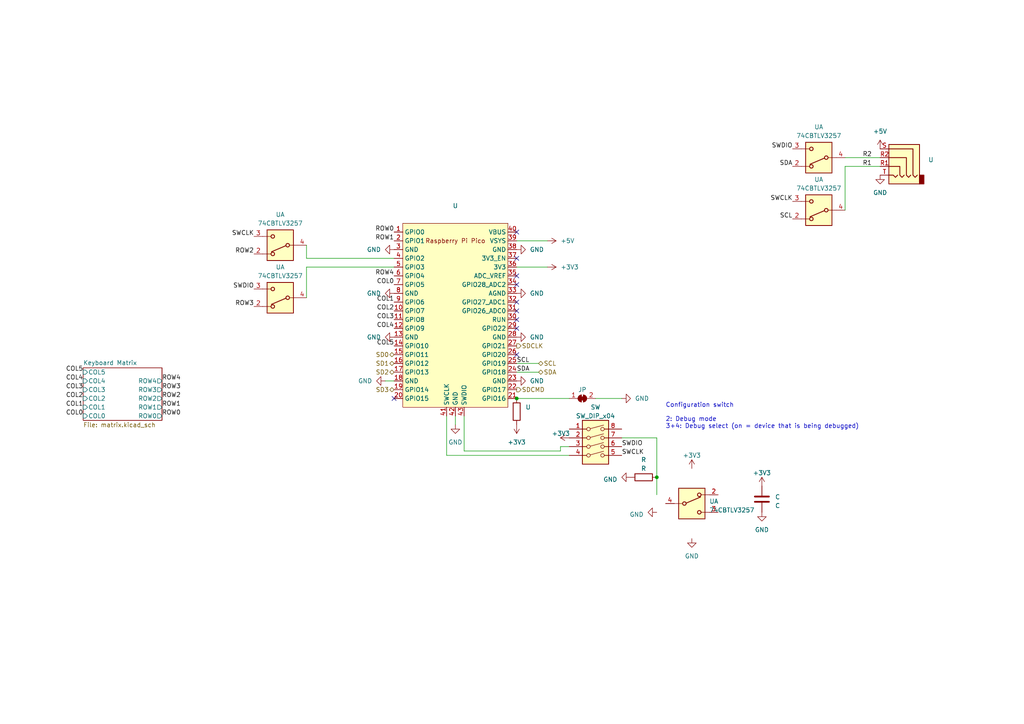
<source format=kicad_sch>
(kicad_sch (version 20220404) (generator eeschema)
  (paper "A4")
  (title_block (title "rkb1") (date "2022-05-21") (rev "dev-1"))
  (lib_symbols
    (symbol "74xx:74CBTLV3257"
      (property "Reference" "U" (at 17.78 1.27 0))
      (property "Value" "74CBTLV3257" (at 15.24 -1.27 0))
      (symbol "74CBTLV3257_1_1"
        (rectangle (start -3.81 4.445) (end 3.81 -4.445) (stroke (width 0.254)) (fill (type background)))
        (circle (center -2.159 0) (radius 0.508) (stroke (width 0.254)))
        (polyline (pts (xy -5.08 0) (xy -2.794 0)))
        (polyline (pts (xy -1.651 0.127) (xy 2.54 1.905)) (stroke (width 0.254)))
        (polyline (pts (xy 5.08 -2.54) (xy 2.794 -2.54)))
        (polyline (pts (xy 5.08 2.54) (xy 2.794 2.54)))
        (circle (center 2.159 -2.54) (radius 0.508) (stroke (width 0.254)))
        (circle (center 2.159 2.54) (radius 0.508) (stroke (width 0.254)))
        (pin passive line (at 7.62 2.54 180) (length 2.54) (name "~") (number "2"))
        (pin passive line (at 7.62 -2.54 180) (length 2.54) (name "~") (number "3"))
        (pin passive line (at -7.62 0 0) (length 2.54) (name "~") (number "4"))
      )
      (symbol "74CBTLV3257_2_1"
        (rectangle (start -3.81 4.445) (end 3.81 -4.445) (stroke (width 0.254)) (fill (type background)))
        (circle (center -2.159 0) (radius 0.508) (stroke (width 0.254)))
        (polyline (pts (xy -5.08 0) (xy -2.794 0)))
        (polyline (pts (xy -1.651 0.127) (xy 2.54 1.905)) (stroke (width 0.254)))
        (polyline (pts (xy 5.08 -2.54) (xy 2.794 -2.54)))
        (polyline (pts (xy 5.08 2.54) (xy 2.794 2.54)))
        (circle (center 2.159 -2.54) (radius 0.508) (stroke (width 0.254)))
        (circle (center 2.159 2.54) (radius 0.508) (stroke (width 0.254)))
        (pin passive line (at 7.62 2.54 180) (length 2.54) (name "~") (number "5"))
        (pin passive line (at 7.62 -2.54 180) (length 2.54) (name "~") (number "6"))
        (pin passive line (at -7.62 0 0) (length 2.54) (name "~") (number "7"))
      )
      (symbol "74CBTLV3257_3_1"
        (rectangle (start -3.81 4.445) (end 3.81 -4.445) (stroke (width 0.254)) (fill (type background)))
        (circle (center -2.159 0) (radius 0.508) (stroke (width 0.254)))
        (polyline (pts (xy -5.08 0) (xy -2.794 0)))
        (polyline (pts (xy -1.651 0.127) (xy 2.54 1.905)) (stroke (width 0.254)))
        (polyline (pts (xy 5.08 -2.54) (xy 2.794 -2.54)))
        (polyline (pts (xy 5.08 2.54) (xy 2.794 2.54)))
        (circle (center 2.159 -2.54) (radius 0.508) (stroke (width 0.254)))
        (circle (center 2.159 2.54) (radius 0.508) (stroke (width 0.254)))
        (pin passive line (at 7.62 -2.54 180) (length 2.54) (name "~") (number "10"))
        (pin passive line (at 7.62 2.54 180) (length 2.54) (name "~") (number "11"))
        (pin passive line (at -7.62 0 0) (length 2.54) (name "~") (number "9"))
      )
      (symbol "74CBTLV3257_4_1"
        (rectangle (start -3.81 4.445) (end 3.81 -4.445) (stroke (width 0.254)) (fill (type background)))
        (circle (center -2.159 0) (radius 0.508) (stroke (width 0.254)))
        (polyline (pts (xy -5.08 0) (xy -2.794 0)))
        (polyline (pts (xy -1.651 0.127) (xy 2.54 1.905)) (stroke (width 0.254)))
        (polyline (pts (xy 5.08 -2.54) (xy 2.794 -2.54)))
        (polyline (pts (xy 5.08 2.54) (xy 2.794 2.54)))
        (circle (center 2.159 -2.54) (radius 0.508) (stroke (width 0.254)))
        (circle (center 2.159 2.54) (radius 0.508) (stroke (width 0.254)))
        (pin passive line (at -7.62 0 0) (length 2.54) (name "~") (number "12"))
        (pin passive line (at 7.62 -2.54 180) (length 2.54) (name "~") (number "13"))
        (pin passive line (at 7.62 2.54 180) (length 2.54) (name "~") (number "14"))
      )
      (symbol "74CBTLV3257_5_1"
        (rectangle (start 3.81 6.35) (end -6.35 -6.35) (stroke (width 0.254)) (fill (type background)))
        (pin input line (at -10.16 2.54 0) (length 3.81) (name "S") (number "1"))
        (pin input line (at -10.16 -2.54 0) (length 3.81) (name "~{OE}") (number "15"))
        (pin power_in line (at 0 10.16 270) (length 3.81) (name "VCC") (number "16"))
        (pin power_in line (at 0 -10.16 90) (length 3.81) (name "GND") (number "8"))
      )
    )
    (symbol "Connector:AudioJack4"
      (property "Reference" "J" (at 0 8.89 0))
      (property "Value" "AudioJack4" (at 0 6.35 0))
      (symbol "AudioJack4_0_1"
        (rectangle (start -6.35 -5.08) (end -7.62 -7.62) (stroke (width 0.254)) (fill (type outline)))
        (polyline (pts (xy 0 -5.08) (xy 0.635 -5.715) (xy 1.27 -5.08) (xy 2.54 -5.08)) (stroke (width 0.254)))
        (polyline (pts (xy -5.715 -5.08) (xy -5.08 -5.715) (xy -4.445 -5.08) (xy -4.445 2.54) (xy 2.54 2.54)) (stroke (width 0.254)))
        (polyline (pts (xy -1.905 -5.08) (xy -1.27 -5.715) (xy -0.635 -5.08) (xy -0.635 -2.54) (xy 2.54 -2.54)) (stroke (width 0.254)))
        (polyline (pts (xy 2.54 0) (xy -2.54 0) (xy -2.54 -5.08) (xy -3.175 -5.715) (xy -3.81 -5.08)) (stroke (width 0.254)))
        (rectangle (start 2.54 3.81) (end -6.35 -7.62) (stroke (width 0.254)) (fill (type background)))
      )
      (symbol "AudioJack4_1_1"
        (pin passive line (at 5.08 -2.54 180) (length 2.54) (name "~") (number "R1"))
        (pin passive line (at 5.08 0 180) (length 2.54) (name "~") (number "R2"))
        (pin passive line (at 5.08 2.54 180) (length 2.54) (name "~") (number "S"))
        (pin passive line (at 5.08 -5.08 180) (length 2.54) (name "~") (number "T"))
      )
    )
    (symbol "Device:C" (pin_numbers hide) (pin_names (offset 0.254))
      (property "Reference" "C" (at 0.635 2.54 0))
      (property "Value" "C" (at 0.635 -2.54 0))
      (symbol "C_0_1"
        (polyline (pts (xy -2.032 -0.762) (xy 2.032 -0.762)) (stroke (width 0.508)))
        (polyline (pts (xy -2.032 0.762) (xy 2.032 0.762)) (stroke (width 0.508)))
      )
      (symbol "C_1_1"
        (pin passive line (at 0 3.81 270) (length 2.794) (name "~") (number "1"))
        (pin passive line (at 0 -3.81 90) (length 2.794) (name "~") (number "2"))
      )
    )
    (symbol "Device:R" (pin_numbers hide) (pin_names (offset 0))
      (property "Reference" "R" (at 2.032 0 90))
      (property "Value" "R" (at 0 0 90))
      (symbol "R_0_1"
        (rectangle (start -1.016 -2.54) (end 1.016 2.54) (stroke (width 0.254)))
      )
      (symbol "R_1_1"
        (pin passive line (at 0 3.81 270) (length 1.27) (name "~") (number "1"))
        (pin passive line (at 0 -3.81 90) (length 1.27) (name "~") (number "2"))
      )
    )
    (symbol "Jumper:SolderJumper_2_Bridged" (pin_names (offset 0) hide)
      (property "Reference" "JP" (at 0 2.032 0))
      (property "Value" "SolderJumper_2_Bridged" (at 0 -2.54 0))
      (symbol "SolderJumper_2_Bridged_0_1"
        (rectangle (start -0.508 0.508) (end 0.508 -0.508) (fill (type outline)))
        (arc (start -0.254 1.016) (mid -1.27 0) (end -0.254 -1.016))
        (arc (start -0.254 1.016) (mid -1.27 0) (end -0.254 -1.016) (fill (type outline)))
        (polyline (pts (xy -0.254 1.016) (xy -0.254 -1.016)))
        (polyline (pts (xy 0.254 1.016) (xy 0.254 -1.016)))
        (arc (start 0.254 -1.016) (mid 1.27 0) (end 0.254 1.016))
        (arc (start 0.254 -1.016) (mid 1.27 0) (end 0.254 1.016) (fill (type outline)))
      )
      (symbol "SolderJumper_2_Bridged_1_1"
        (pin passive line (at -3.81 0 0) (length 2.54) (name "A") (number "1"))
        (pin passive line (at 3.81 0 180) (length 2.54) (name "B") (number "2"))
      )
    )
    (symbol "Switch:SW_DIP_x04" (pin_names (offset 0) hide)
      (property "Reference" "SW" (at 0 8.89 0))
      (property "Value" "SW_DIP_x04" (at 0 -6.35 0))
      (symbol "SW_DIP_x04_0_0"
        (circle (center -2.032 -2.54) (radius 0.508))
        (circle (center -2.032 0) (radius 0.508))
        (circle (center -2.032 2.54) (radius 0.508))
        (circle (center -2.032 5.08) (radius 0.508))
        (polyline (pts (xy -1.524 -2.3876) (xy 2.3622 -1.3462)))
        (polyline (pts (xy -1.524 0.127) (xy 2.3622 1.1684)))
        (polyline (pts (xy -1.524 2.667) (xy 2.3622 3.7084)))
        (polyline (pts (xy -1.524 5.207) (xy 2.3622 6.2484)))
        (circle (center 2.032 -2.54) (radius 0.508))
        (circle (center 2.032 0) (radius 0.508))
        (circle (center 2.032 2.54) (radius 0.508))
        (circle (center 2.032 5.08) (radius 0.508))
      )
      (symbol "SW_DIP_x04_0_1"
        (rectangle (start -3.81 7.62) (end 3.81 -5.08) (stroke (width 0.254)) (fill (type background)))
      )
      (symbol "SW_DIP_x04_1_1"
        (pin passive line (at -7.62 5.08 0) (length 5.08) (name "~") (number "1"))
        (pin passive line (at -7.62 2.54 0) (length 5.08) (name "~") (number "2"))
        (pin passive line (at -7.62 0 0) (length 5.08) (name "~") (number "3"))
        (pin passive line (at -7.62 -2.54 0) (length 5.08) (name "~") (number "4"))
        (pin passive line (at 7.62 -2.54 180) (length 5.08) (name "~") (number "5"))
        (pin passive line (at 7.62 0 180) (length 5.08) (name "~") (number "6"))
        (pin passive line (at 7.62 2.54 180) (length 5.08) (name "~") (number "7"))
        (pin passive line (at 7.62 5.08 180) (length 5.08) (name "~") (number "8"))
      )
    )
    (symbol "power:+3V3" (power) (pin_names (offset 0))
      (property "Value" "+3V3" (at 0 3.556 0))
      (symbol "+3V3_0_1"
        (polyline (pts (xy -0.762 1.27) (xy 0 2.54)))
        (polyline (pts (xy 0 0) (xy 0 2.54)))
        (polyline (pts (xy 0 2.54) (xy 0.762 1.27)))
      )
      (symbol "+3V3_1_1"
        (pin power_in line (at 0 0 90) (length 0) hide (name "+3V3") (number "1"))
      )
    )
    (symbol "power:+5V" (power) (pin_names (offset 0))
      (property "Value" "+5V" (at 0 3.556 0))
      (symbol "+5V_0_1"
        (polyline (pts (xy -0.762 1.27) (xy 0 2.54)))
        (polyline (pts (xy 0 0) (xy 0 2.54)))
        (polyline (pts (xy 0 2.54) (xy 0.762 1.27)))
      )
      (symbol "+5V_1_1"
        (pin power_in line (at 0 0 90) (length 0) hide (name "+5V") (number "1"))
      )
    )
    (symbol "power:GND" (power) (pin_names (offset 0))
      (property "Value" "GND" (at 0 -3.81 0))
      (symbol "GND_0_1"
        (polyline (pts (xy 0 0) (xy 0 -1.27) (xy 1.27 -1.27) (xy 0 -2.54) (xy -1.27 -1.27) (xy 0 -1.27)))
      )
      (symbol "GND_1_1"
        (pin power_in line (at 0 0 270) (length 0) hide (name "GND") (number "1"))
      )
    )
    (symbol "rpi-pico:Pico"
      (property "Reference" "U" (at -13.97 27.94 0))
      (property "Value" "Pico" (at 0 19.05 0))
      (symbol "Pico_0_0"
        (text "Raspberry Pi Pico" (at 0 21.59 0) (effects (font (size 1.27 1.27))))
      )
      (symbol "Pico_0_1"
        (rectangle (start -15.24 26.67) (end 15.24 -26.67) (fill (type background)))
      )
      (symbol "Pico_1_1"
        (pin bidirectional line (at -17.78 24.13 0) (length 2.54) (name "GPIO0") (number "1"))
        (pin bidirectional line (at -17.78 1.27 0) (length 2.54) (name "GPIO7") (number "10"))
        (pin bidirectional line (at -17.78 -1.27 0) (length 2.54) (name "GPIO8") (number "11"))
        (pin bidirectional line (at -17.78 -3.81 0) (length 2.54) (name "GPIO9") (number "12"))
        (pin power_in line (at -17.78 -6.35 0) (length 2.54) (name "GND") (number "13"))
        (pin bidirectional line (at -17.78 -8.89 0) (length 2.54) (name "GPIO10") (number "14"))
        (pin bidirectional line (at -17.78 -11.43 0) (length 2.54) (name "GPIO11") (number "15"))
        (pin bidirectional line (at -17.78 -13.97 0) (length 2.54) (name "GPIO12") (number "16"))
        (pin bidirectional line (at -17.78 -16.51 0) (length 2.54) (name "GPIO13") (number "17"))
        (pin power_in line (at -17.78 -19.05 0) (length 2.54) (name "GND") (number "18"))
        (pin bidirectional line (at -17.78 -21.59 0) (length 2.54) (name "GPIO14") (number "19"))
        (pin bidirectional line (at -17.78 21.59 0) (length 2.54) (name "GPIO1") (number "2"))
        (pin bidirectional line (at -17.78 -24.13 0) (length 2.54) (name "GPIO15") (number "20"))
        (pin bidirectional line (at 17.78 -24.13 180) (length 2.54) (name "GPIO16") (number "21"))
        (pin bidirectional line (at 17.78 -21.59 180) (length 2.54) (name "GPIO17") (number "22"))
        (pin power_in line (at 17.78 -19.05 180) (length 2.54) (name "GND") (number "23"))
        (pin bidirectional line (at 17.78 -16.51 180) (length 2.54) (name "GPIO18") (number "24"))
        (pin bidirectional line (at 17.78 -13.97 180) (length 2.54) (name "GPIO19") (number "25"))
        (pin bidirectional line (at 17.78 -11.43 180) (length 2.54) (name "GPIO20") (number "26"))
        (pin bidirectional line (at 17.78 -8.89 180) (length 2.54) (name "GPIO21") (number "27"))
        (pin power_in line (at 17.78 -6.35 180) (length 2.54) (name "GND") (number "28"))
        (pin bidirectional line (at 17.78 -3.81 180) (length 2.54) (name "GPIO22") (number "29"))
        (pin power_in line (at -17.78 19.05 0) (length 2.54) (name "GND") (number "3"))
        (pin input line (at 17.78 -1.27 180) (length 2.54) (name "RUN") (number "30"))
        (pin bidirectional line (at 17.78 1.27 180) (length 2.54) (name "GPIO26_ADC0") (number "31"))
        (pin bidirectional line (at 17.78 3.81 180) (length 2.54) (name "GPIO27_ADC1") (number "32"))
        (pin power_in line (at 17.78 6.35 180) (length 2.54) (name "AGND") (number "33"))
        (pin bidirectional line (at 17.78 8.89 180) (length 2.54) (name "GPIO28_ADC2") (number "34"))
        (pin power_in line (at 17.78 11.43 180) (length 2.54) (name "ADC_VREF") (number "35"))
        (pin power_in line (at 17.78 13.97 180) (length 2.54) (name "3V3") (number "36"))
        (pin input line (at 17.78 16.51 180) (length 2.54) (name "3V3_EN") (number "37"))
        (pin bidirectional line (at 17.78 19.05 180) (length 2.54) (name "GND") (number "38"))
        (pin power_in line (at 17.78 21.59 180) (length 2.54) (name "VSYS") (number "39"))
        (pin bidirectional line (at -17.78 16.51 0) (length 2.54) (name "GPIO2") (number "4"))
        (pin power_in line (at 17.78 24.13 180) (length 2.54) (name "VBUS") (number "40"))
        (pin input line (at -2.54 -29.21 90) (length 2.54) (name "SWCLK") (number "41"))
        (pin power_in line (at 0 -29.21 90) (length 2.54) (name "GND") (number "42"))
        (pin bidirectional line (at 2.54 -29.21 90) (length 2.54) (name "SWDIO") (number "43"))
        (pin bidirectional line (at -17.78 13.97 0) (length 2.54) (name "GPIO3") (number "5"))
        (pin bidirectional line (at -17.78 11.43 0) (length 2.54) (name "GPIO4") (number "6"))
        (pin bidirectional line (at -17.78 8.89 0) (length 2.54) (name "GPIO5") (number "7"))
        (pin power_in line (at -17.78 6.35 0) (length 2.54) (name "GND") (number "8"))
        (pin bidirectional line (at -17.78 3.81 0) (length 2.54) (name "GPIO6") (number "9"))
      )
    )
  )
  (junction (at 149.86 115.57))
  (junction (at 190.5 138.43))
  (no_connect (at 149.86 92.71))
  (no_connect (at 149.86 67.31))
  (no_connect (at 149.86 95.25))
  (no_connect (at 149.86 102.87))
  (no_connect (at 149.86 80.01))
  (no_connect (at 149.86 90.17))
  (no_connect (at 149.86 74.93))
  (no_connect (at 149.86 82.55))
  (no_connect (at 114.3 115.57))
  (no_connect (at 149.86 87.63))
  (wire (pts (xy 88.9 71.12) (xy 88.9 74.93)))
  (wire (pts (xy 134.62 120.65) (xy 134.62 130.81)))
  (wire (pts (xy 190.5 127) (xy 190.5 138.43)))
  (wire (pts (xy 149.86 115.57) (xy 165.1 115.57)))
  (wire (pts (xy 162.56 130.81) (xy 134.62 130.81)))
  (wire (pts (xy 172.72 115.57) (xy 180.34 115.57)))
  (wire (pts (xy 165.1 129.54) (xy 162.56 129.54)))
  (wire (pts (xy 149.86 77.47) (xy 158.75 77.47)))
  (wire (pts (xy 255.27 48.26) (xy 245.11 48.26)))
  (wire (pts (xy 88.9 86.36) (xy 88.9 77.47)))
  (wire (pts (xy 190.5 138.43) (xy 190.5 143.51)))
  (wire (pts (xy 245.11 45.72) (xy 255.27 45.72)))
  (wire (pts (xy 129.54 132.08) (xy 165.1 132.08)))
  (wire (pts (xy 88.9 74.93) (xy 114.3 74.93)))
  (wire (pts (xy 149.86 69.85) (xy 158.75 69.85)))
  (wire (pts (xy 129.54 120.65) (xy 129.54 132.08)))
  (wire (pts (xy 162.56 129.54) (xy 162.56 130.81)))
  (wire (pts (xy 132.08 120.65) (xy 132.08 123.19)))
  (wire (pts (xy 245.11 48.26) (xy 245.11 60.96)))
  (wire (pts (xy 149.86 107.95) (xy 156.21 107.95)))
  (wire (pts (xy 180.34 127) (xy 190.5 127)))
  (wire (pts (xy 88.9 77.47) (xy 114.3 77.47)))
  (wire (pts (xy 149.86 105.41) (xy 156.21 105.41)))
  (wire (pts (xy 111.76 110.49) (xy 114.3 110.49)))
  (text "Configuration switch\n\n2: Debug mode\n3+4: Debug select (on = device that is being debugged)" (at 193.04 124.46 0) (effects (font (size 1.27 1.27)) (justify left bottom)))
  (label "R1" (at 250.19 48.26 0))
  (label "ROW3" (at 46.99 113.03 0))
  (label "SCL" (at 149.86 105.41 0))
  (label "SWCLK" (at 180.34 132.08 0))
  (label "COL0" (at 114.3 82.55 0))
  (label "COL4" (at 24.13 110.49 0))
  (label "ROW0" (at 46.99 120.65 0))
  (label "SWDIO" (at 180.34 129.54 0))
  (label "ROW2" (at 73.66 73.66 0))
  (label "SWCLK" (at 229.87 58.42 0))
  (label "SCL" (at 229.87 63.5 0))
  (label "SDA" (at 149.86 107.95 0))
  (label "COL2" (at 24.13 115.57 0))
  (label "COL3" (at 24.13 113.03 0))
  (label "SDA" (at 229.87 48.26 0))
  (label "ROW0" (at 114.3 67.31 0))
  (label "SWDIO" (at 229.87 43.18 0))
  (label "ROW4" (at 46.99 110.49 0))
  (label "COL0" (at 24.13 120.65 0))
  (label "ROW3" (at 73.66 88.9 0))
  (label "COL2" (at 114.3 90.17 0))
  (label "R2" (at 250.19 45.72 0))
  (label "ROW4" (at 114.3 80.01 0))
  (label "COL1" (at 24.13 118.11 0))
  (label "ROW2" (at 46.99 115.57 0))
  (label "COL5" (at 114.3 100.33 0))
  (label "COL3" (at 114.3 92.71 0))
  (label "ROW1" (at 46.99 118.11 0))
  (label "SWCLK" (at 73.66 68.58 0))
  (label "COL4" (at 114.3 95.25 0))
  (label "ROW1" (at 114.3 69.85 0))
  (label "COL1" (at 114.3 87.63 0))
  (label "COL5" (at 24.13 107.95 0))
  (label "SWDIO" (at 73.66 83.82 0))
  (hierarchical_label "SD0" (shape bidirectional) (at 114.3 102.87 180))
  (hierarchical_label "SDA" (shape bidirectional) (at 156.21 107.95 0))
  (hierarchical_label "SD1" (shape bidirectional) (at 114.3 105.41 180))
  (hierarchical_label "SDCLK" (shape output) (at 149.86 100.33 0))
  (hierarchical_label "SDCMD" (shape output) (at 149.86 113.03 0))
  (hierarchical_label "SD3" (shape bidirectional) (at 114.3 113.03 180))
  (hierarchical_label "SCL" (shape bidirectional) (at 156.21 105.41 0))
  (hierarchical_label "SD2" (shape bidirectional) (at 114.3 107.95 180))
  (symbol (lib_id "power:GND") (at 255.27 50.8 0) (unit 1)
    (default_instance (reference "U") (unit 1) (value "") (footprint ""))
    (property "Reference" "U" (effects hide))
  )
  (symbol (lib_id "74xx:74CBTLV3257") (at 81.28 71.12 180) (unit 1)
    (default_instance (reference "U") (unit 1) (value "74CBTLV3257") (footprint ""))
    (property "Reference" "U" (at 81.28 62.23 0))
    (property "Value" "74CBTLV3257" (at 81.28 64.77 0))
    (property "Datasheet" "http://www.ti.com/lit/ds/symlink/sn74cbtlv3257.pdf" (effects hide))
  )
  (symbol (lib_id "power:GND") (at 114.3 97.79 270) (unit 1)
    (default_instance (reference "U") (unit 1) (value "") (footprint ""))
    (property "Reference" "U" (effects hide))
  )
  (symbol (lib_id "74xx:74CBTLV3257") (at 237.49 45.72 180) (unit 1)
    (default_instance (reference "U") (unit 1) (value "74CBTLV3257") (footprint ""))
    (property "Reference" "U" (at 237.49 36.83 0))
    (property "Value" "74CBTLV3257" (at 237.49 39.37 0))
    (property "Datasheet" "http://www.ti.com/lit/ds/symlink/sn74cbtlv3257.pdf" (effects hide))
  )
  (symbol (lib_id "power:GND") (at 149.86 72.39 90) (unit 1)
    (default_instance (reference "U") (unit 1) (value "") (footprint ""))
    (property "Reference" "U" (effects hide))
  )
  (symbol (lib_id "power:+3V3") (at 149.86 123.19 180) (unit 1)
    (default_instance (reference "U") (unit 1) (value "") (footprint ""))
    (property "Reference" "U" (effects hide))
  )
  (symbol (lib_id "Jumper:SolderJumper_2_Bridged") (at 168.91 115.57 0) (unit 1)
    (default_instance (reference "JP") (unit 1) (value "SolderJumper_2_Bridged") (footprint ""))
    (property "Reference" "JP" (at 168.91 113.03 0))
    (property "Value" "SolderJumper_2_Bridged" (effects hide))
  )
  (symbol (lib_id "Device:R") (at 149.86 119.38 0) (unit 1)
    (default_instance (reference "U") (unit 1) (value "") (footprint ""))
    (property "Reference" "U" (at 152.4 118.1099 0) (effects (justify left)))
  )
  (symbol (lib_id "power:GND") (at 200.66 156.21 0) (unit 1)
    (default_instance (reference "#PWR") (unit 1) (value "GND") (footprint ""))
    (property "Reference" "#PWR" (effects hide))
    (property "Value" "GND" (at 200.66 161.29 0))
  )
  (symbol (lib_id "74xx:74CBTLV3257") (at 81.28 86.36 180) (unit 1)
    (default_instance (reference "U") (unit 1) (value "74CBTLV3257") (footprint ""))
    (property "Reference" "U" (at 81.28 77.47 0))
    (property "Value" "74CBTLV3257" (at 81.28 80.01 0))
    (property "Datasheet" "http://www.ti.com/lit/ds/symlink/sn74cbtlv3257.pdf" (effects hide))
  )
  (symbol (lib_id "power:GND") (at 220.98 148.59 0) (unit 1)
    (default_instance (reference "#PWR") (unit 1) (value "GND") (footprint ""))
    (property "Reference" "#PWR" (effects hide))
    (property "Value" "GND" (at 220.98 153.67 0))
  )
  (symbol (lib_id "power:GND") (at 149.86 110.49 90) (unit 1)
    (default_instance (reference "U") (unit 1) (value "") (footprint ""))
    (property "Reference" "U" (effects hide))
  )
  (symbol (lib_id "power:GND") (at 114.3 72.39 270) (unit 1)
    (default_instance (reference "U") (unit 1) (value "") (footprint ""))
    (property "Reference" "U" (effects hide))
  )
  (symbol (lib_id "Switch:SW_DIP_x04") (at 172.72 129.54 0) (unit 1)
    (default_instance (reference "SW") (unit 1) (value "SW_DIP_x04") (footprint ""))
    (property "Reference" "SW" (at 172.72 118.11 0))
    (property "Value" "SW_DIP_x04" (at 172.72 120.65 0))
  )
  (symbol (lib_id "power:+3V3") (at 165.1 127 90) (unit 1)
    (default_instance (reference "U") (unit 1) (value "") (footprint ""))
    (property "Reference" "U" (effects hide))
  )
  (symbol (lib_id "power:GND") (at 180.34 115.57 90) (unit 1)
    (default_instance (reference "U") (unit 1) (value "") (footprint ""))
    (property "Reference" "U" (effects hide))
  )
  (symbol (lib_id "power:GND") (at 132.08 123.19 0) (unit 1)
    (default_instance (reference "U") (unit 1) (value "") (footprint ""))
    (property "Reference" "U" (effects hide))
  )
  (symbol (lib_id "power:+5V") (at 158.75 69.85 270) (unit 1)
    (default_instance (reference "U") (unit 1) (value "") (footprint ""))
    (property "Reference" "U" (effects hide))
  )
  (symbol (lib_id "Connector:AudioJack4") (at 260.35 45.72 0) (mirror y) (unit 1)
    (default_instance (reference "U") (unit 1) (value "") (footprint ""))
    (property "Reference" "U" (at 269.24 46.3549 0) (effects (justify right)))
  )
  (symbol (lib_id "Device:C") (at 220.98 144.78 0) (unit 1)
    (default_instance (reference "C") (unit 1) (value "C") (footprint ""))
    (property "Reference" "C" (at 224.79 144.145 0) (effects (justify left)))
    (property "Value" "C" (at 224.79 146.685 0) (effects (justify left)))
  )
  (symbol (lib_id "rpi-pico:Pico") (at 132.08 91.44 0) (unit 1)
    (default_instance (reference "U") (unit 1) (value "") (footprint ""))
    (property "Reference" "U" (at 132.08 59.69 0))
  )
  (symbol (lib_id "power:GND") (at 114.3 85.09 270) (unit 1)
    (default_instance (reference "U") (unit 1) (value "") (footprint ""))
    (property "Reference" "U" (effects hide))
  )
  (symbol (lib_id "power:GND") (at 149.86 97.79 90) (unit 1)
    (default_instance (reference "U") (unit 1) (value "") (footprint ""))
    (property "Reference" "U" (effects hide))
  )
  (symbol (lib_id "power:+5V") (at 255.27 43.18 0) (unit 1)
    (default_instance (reference "U") (unit 1) (value "") (footprint ""))
    (property "Reference" "U" (effects hide))
  )
  (symbol (lib_id "74xx:74CBTLV3257") (at 237.49 60.96 180) (unit 1)
    (default_instance (reference "U") (unit 1) (value "74CBTLV3257") (footprint ""))
    (property "Reference" "U" (at 237.49 52.07 0))
    (property "Value" "74CBTLV3257" (at 237.49 54.61 0))
    (property "Datasheet" "http://www.ti.com/lit/ds/symlink/sn74cbtlv3257.pdf" (effects hide))
  )
  (symbol (lib_id "power:+3V3") (at 200.66 135.89 0) (unit 1)
    (default_instance (reference "#PWR") (unit 1) (value "+3V3") (footprint ""))
    (property "Reference" "#PWR" (effects hide))
    (property "Value" "+3V3" (at 200.66 132.08 0))
  )
  (symbol (lib_id "power:GND") (at 182.88 138.43 270) (unit 1)
    (default_instance (reference "#PWR") (unit 1) (value "GND") (footprint ""))
    (property "Reference" "#PWR" (effects hide))
    (property "Value" "GND" (at 179.07 139.065 90) (effects (justify right)))
  )
  (symbol (lib_id "power:+3V3") (at 220.98 140.97 0) (unit 1)
    (default_instance (reference "#PWR") (unit 1) (value "+3V3") (footprint ""))
    (property "Reference" "#PWR" (effects hide))
    (property "Value" "+3V3" (at 220.98 137.16 0))
  )
  (symbol (lib_id "power:GND") (at 149.86 85.09 90) (unit 1)
    (default_instance (reference "U") (unit 1) (value "") (footprint ""))
    (property "Reference" "U" (effects hide))
  )
  (symbol (lib_id "Device:R") (at 186.69 138.43 90) (unit 1)
    (default_instance (reference "R") (unit 1) (value "R") (footprint ""))
    (property "Reference" "R" (at 186.69 133.35 90))
    (property "Value" "R" (at 186.69 135.89 90))
  )
  (symbol (lib_id "power:+3V3") (at 158.75 77.47 270) (unit 1)
    (default_instance (reference "U") (unit 1) (value "") (footprint ""))
    (property "Reference" "U" (effects hide))
  )
  (symbol (lib_id "power:GND") (at 190.5 148.59 270) (unit 1)
    (default_instance (reference "#PWR") (unit 1) (value "GND") (footprint ""))
    (property "Reference" "#PWR" (effects hide))
    (property "Value" "GND" (at 186.69 149.225 90) (effects (justify right)))
  )
  (symbol (lib_id "74xx:74CBTLV3257") (at 200.66 146.05 0) (unit 1)
    (default_instance (reference "U") (unit 1) (value "74CBTLV3257") (footprint ""))
    (property "Reference" "U" (at 205.74 145.415 0) (effects (justify left)))
    (property "Value" "74CBTLV3257" (at 205.74 147.955 0) (effects (justify left)))
    (property "Datasheet" "http://www.ti.com/lit/ds/symlink/sn74cbtlv3257.pdf" (effects hide))
  )
  (symbol (lib_id "power:GND") (at 111.76 110.49 270) (unit 1)
    (default_instance (reference "U") (unit 1) (value "") (footprint ""))
    (property "Reference" "U" (effects hide))
  )
  (sheet (at 24.13 106.68) (size 22.86 15.24) (stroke (width 0.1524))
    (property "Sheetname" "Keyboard Matrix" (at 24.13 105.9684 0) (effects (justify left bottom)))
    (property "Sheetfile" "matrix.kicad_sch" (at 24.13 122.5046 0) (effects (justify left top)))
    (pin "COL3" input (at 24.13 113.03 180))
    (pin "COL2" input (at 24.13 115.57 180))
    (pin "COL4" input (at 24.13 110.49 180))
    (pin "ROW2" output (at 46.99 115.57 0))
    (pin "ROW3" output (at 46.99 113.03 0))
    (pin "ROW4" output (at 46.99 110.49 0))
    (pin "COL0" input (at 24.13 120.65 180))
    (pin "ROW1" output (at 46.99 118.11 0))
    (pin "ROW0" output (at 46.99 120.65 0))
    (pin "COL1" input (at 24.13 118.11 180))
    (pin "COL5" input (at 24.13 107.95 180))
  )
)
</source>
